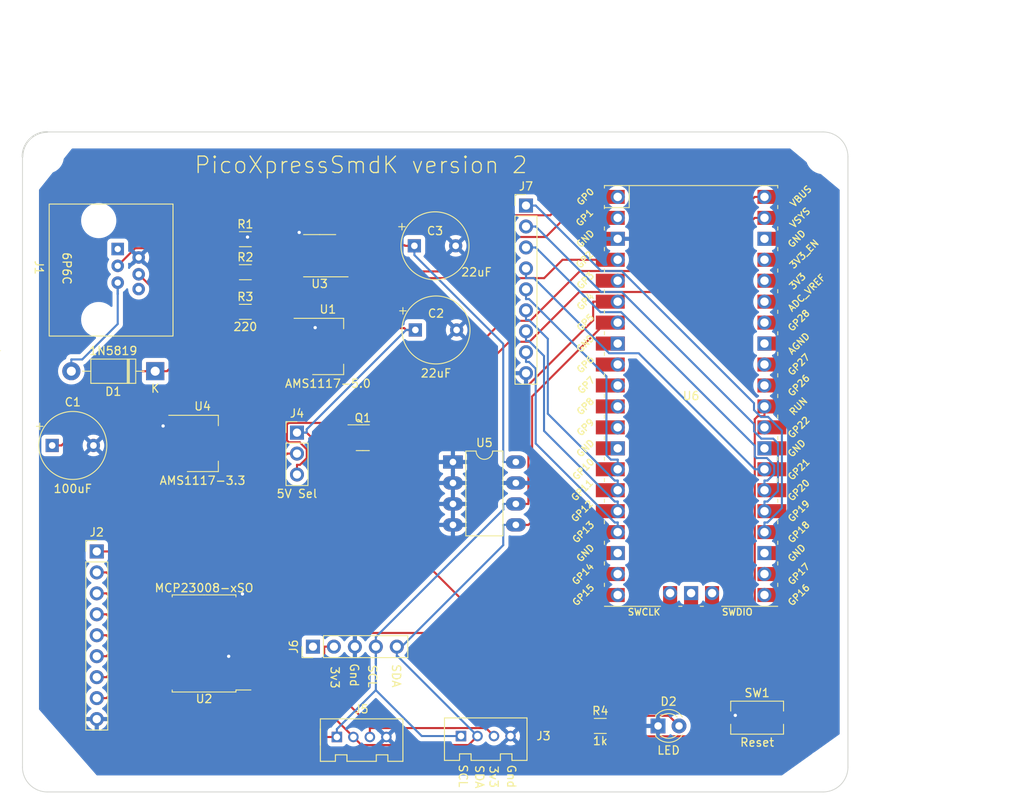
<source format=kicad_pcb>
(kicad_pcb (version 20211014) (generator pcbnew)
  (layers (0 "F.Cu" signal) (31 "B.Cu" signal) (34 "B.Paste" user) (35 "F.Paste" user) (36 "B.SilkS" user "B.Silkscreen") (37 "F.SilkS" user "F.Silkscreen") (38 "B.Mask" user) (39 "F.Mask" user) (44 "Edge.Cuts" user))
  (net 0 "")
  (net 1 "/VIN")
  (net 2 "/GND")
  (net 3 "/5V")
  (net 4 "/3V3")
  (net 5 "/12V")
  (net 6 "Net-(D2-Pad2)")
  (net 8 "Net-(J1-Pad3)")
  (net 9 "Net-(J1-Pad4)")
  (net 11 "Net-(J2-Pad1)")
  (net 12 "Net-(J2-Pad2)")
  (net 13 "Net-(J2-Pad3)")
  (net 14 "Net-(J2-Pad4)")
  (net 15 "Net-(J2-Pad5)")
  (net 16 "Net-(J2-Pad6)")
  (net 17 "Net-(J2-Pad7)")
  (net 18 "Net-(J2-Pad8)")
  (net 19 "/5Vopt")
  (net 20 "/VBUS")
  (net 22 "Net-(J7-Pad1)")
  (net 23 "Net-(J7-Pad2)")
  (net 24 "Net-(J7-Pad3)")
  (net 25 "Net-(J7-Pad4)")
  (net 26 "Net-(J7-Pad5)")
  (net 27 "Net-(J7-Pad6)")
  (net 28 "Net-(J7-Pad7)")
  (net 29 "/VSYS")
  (net 30 "/RUN")
  (net 31 "/SCL")
  (net 32 "/SDA")
  (net 35 "/GP1")
  (net 36 "/RTS")
  (net 37 "/GP0")
  (net 64 "Net-(J7-Pad8)")
  (footprint "Resistor_SMD:R_1206_3216Metric" (layer "F.Cu") (at 170 122)
    (fp_text reference "R4")
    (fp_text value "1k")
  )
  (footprint "Capacitor_THT:CP_Radial_Tantal_D8.0mm_P5.00mm" (layer "F.Cu") (at 103.5973 88)
    (fp_text reference "C1")
    (fp_text value "100uF")
  )
  (footprint "Package_TO_SOT_SMD:SOT-223-3_TabPin2" (layer "F.Cu") (at 137 76)
    (fp_text reference "U1")
    (fp_text value "AMS1117-5.0")
  )
  (footprint "MountingHole:MountingHole_3.2mm_M3" (layer "F.Cu") (at 104 126)
    (fp_text reference "H4")
    (fp_text value "0")
  )
  (footprint "LED_THT:LED_D3.0mm" (layer "F.Cu") (at 177 122)
    (fp_text reference "D2")
    (fp_text value "LED")
  )
  (footprint "MCU_RaspberryPi_and_Boards:RP2040Pico" (layer "F.Cu") (at 181 82)
    (fp_text reference "U6")
    (fp_text value "Pico")
  )
  (footprint "Resistor_SMD:R_1206_3216Metric" (layer "F.Cu") (at 127 67)
    (fp_text reference "R2")
    (fp_text value "10k")
  )
  (footprint "Resistor_SMD:R_1206_3216Metric" (layer "F.Cu") (at 127 63)
    (fp_text reference "R1")
    (fp_text value "10k")
  )
  (footprint "Diode_THT:D_DO-41_SOD81_P10.16mm_Horizontal" (layer "F.Cu") (at 116.08 79 180)
    (fp_text reference "D1")
    (fp_text value "1N5819")
  )
  (footprint "Package_DIP:DIP-8_W7.62mm_LongPads" (layer "F.Cu") (at 152.1477 90.0095)
    (fp_text reference "U5")
    (fp_text value "CAT24C256")
  )
  (footprint "Connector_PinHeader_2.54mm:PinHeader_1x09_P2.54mm_Vertical" (layer "F.Cu") (at 109 100.85)
    (fp_text reference "J2")
    (fp_text value "parallel port")
  )
  (footprint "Package_SO:SOIC-8_3.9x4.9mm_P1.27mm" (layer "F.Cu") (at 136 65 180)
    (fp_text reference "U3")
    (fp_text value "MAX3485")
  )
  (footprint "MountingHole:MountingHole_3.2mm_M3" (layer "F.Cu") (at 197 53)
    (fp_text reference "H1")
    (fp_text value "0")
  )
  (footprint "Connector_PinHeader_2.54mm:PinHeader_1x03_P2.54mm_Vertical" (layer "F.Cu") (at 133.2569 86.4446)
    (fp_text reference "J4")
    (fp_text value "5V Sel")
  )
  (footprint "Connector_PinHeader_2.54mm:PinHeader_1x05_P2.54mm_Vertical" (layer "F.Cu") (at 135.1896 112.3892 90)
    (fp_text reference "J6")
    (fp_text value "I2C")
  )
  (footprint "Connector_RJ:RJ12_Jaycar" (layer "F.Cu") (at 111.5375 66.74 -90)
    (fp_text reference "J1")
    (fp_text value "6P6C")
  )
  (footprint "Package_TO_SOT_SMD:SOT-23-3" (layer "F.Cu") (at 141.2292 87.0632)
    (fp_text reference "Q1")
    (fp_text value "DMG2305UX-7")
  )
  (footprint "MountingHole:MountingHole_3.2mm_M3" (layer "F.Cu") (at 103 53)
    (fp_text reference "H3")
    (fp_text value "0")
  )
  (footprint "Package_TO_SOT_SMD:SOT-223-3_TabPin2" (layer "F.Cu") (at 121.8184 87.7564)
    (fp_text reference "U4")
    (fp_text value "AMS1117-3.3")
  )
  (footprint "Button_Switch_SMD:SW_Tactile_SPST_NO_Straight_CK_PTS636Sx25SMTRLFS" (layer "F.Cu") (at 189 121)
    (fp_text reference "SW1")
    (fp_text value "Reset")
  )
  (footprint "Capacitor_THT:CP_Radial_Tantal_D8.0mm_P5.00mm" (layer "F.Cu") (at 147.48 63.8)
    (fp_text reference "C3")
    (fp_text value "22uF")
  )
  (footprint "OPL_Connector:HW4-2.0" (layer "F.Cu") (at 141.088 123.3415)
    (fp_text reference "J5")
    (fp_text value "I2C")
  )
  (footprint "OPL_Connector:HW4-2.0" (layer "F.Cu") (at 156.1226 123.2276)
    (fp_text reference "J3")
    (fp_text value "I2C")
  )
  (footprint "Connector_PinHeader_2.54mm:PinHeader_1x09_P2.54mm_Vertical" (layer "F.Cu") (at 161 58.92)
    (fp_text reference "J7")
    (fp_text value "keypad")
  )
  (footprint "Resistor_SMD:R_1206_3216Metric" (layer "F.Cu") (at 127 71.8)
    (fp_text reference "R3")
    (fp_text value "220")
  )
  (footprint "Capacitor_THT:CP_Radial_Tantal_D8.0mm_P5.00mm" (layer "F.Cu") (at 147.5973 74)
    (fp_text reference "C2")
    (fp_text value "22uF")
  )
  (footprint "Package_SO:SOIC-18W_7.5x11.6mm_P1.27mm" (layer "F.Cu") (at 122 112 180)
    (fp_text reference "U2")
    (fp_text value "MCP23008-xSO")
  )
  (footprint "MountingHole:MountingHole_3.2mm_M3" (layer "F.Cu") (at 197 127)
    (fp_text reference "H2")
    (fp_text value "0")
  )
  (gr_arc (start 100 53) (mid 100.87868 50.87868) (end 103 50) (layer "Edge.Cuts") (width 0.2))
  (gr_arc (start 103 130) (mid 100.87868 129.12132) (end 100 127) (layer "Edge.Cuts") (width 0.1))
  (gr_line (start 103 50) (end 197 50) (layer "Edge.Cuts") (width 0.1))
  (gr_arc (start 200 127) (mid 199.12132 129.12132) (end 197 130) (layer "Edge.Cuts") (width 0.1))
  (gr_line (start 100 53) (end 100 127) (layer "Edge.Cuts") (width 0.1))
  (gr_arc (start 197 50) (mid 199.12132 50.87868) (end 200 53) (layer "Edge.Cuts") (width 0.1))
  (gr_line (start 197 130) (end 103 130) (layer "Edge.Cuts") (width 0.1))
  (gr_line (start 200 53) (end 200 127) (layer "Edge.Cuts") (width 0.1))
  (gr_text "Gnd\n" (at 140.189291 115.832714 270) (layer "F.SilkS") (effects (font (size 1 1))))
  (gr_text "3v3\n" (at 157.09 128.166242 270) (layer "F.SilkS") (effects (font (size 1 1))))
  (gr_text "SDA" (at 155.358935 128.166242 270) (layer "F.SilkS") (effects (font (size 1 1))))
  (gr_text "SCL" (at 142.391441 115.979524 270) (layer "F.SilkS") (effects (font (size 1 1))))
  (gr_text "SCL" (at 153.3733 128.064415 270) (layer "F.SilkS") (effects (font (size 1 1))))
  (gr_text "SDA" (at 145.278704 115.930588 270) (layer "F.SilkS") (effects (font (size 1 1))))
  (gr_text "PicoXpressSmdK version 2\n" (at 141 54) (layer "F.SilkS") (effects (font (size 2 2))))
  (gr_text "Gnd\n" (at 159.228376 128.115329 270) (layer "F.SilkS") (effects (font (size 1 1))))
  (gr_text "3v3\n" (at 137.835754 116.126334 270) (layer "F.SilkS") (effects (font (size 1 1))))
  (segment (start 116.08 79) (end 117.505 79) (width 0.25) (layer "F.Cu") (net 1))
  (segment (start 104.722 88) (end 103.5973 88) (width 0.25) (layer "F.Cu") (net 1))
  (segment (start 103.5973 88) (end 103.597 88) (width 0.25) (layer "F.Cu") (net 1))
  (segment (start 117.505 79) (end 118.205 78.3) (width 0.25) (layer "F.Cu") (net 1))
  (segment (start 116.08 79) (end 113.722 79) (width 0.25) (layer "F.Cu") (net 1))
  (segment (start 113.722 79) (end 104.722 88) (width 0.25) (layer "F.Cu") (net 1))
  (segment (start 118.205 78.3) (end 133.85 78.3) (width 0.25) (layer "F.Cu") (net 1))
  (segment (start 135.193 73.7183) (end 135.175 73.7) (width 0.25) (layer "F.Cu") (net 2))
  (segment (start 127.264 62.7419) (end 128.204 62.7419) (width 0.25) (layer "F.Cu") (net 2))
  (segment (start 126.65 106.92) (end 126.65 106.002) (width 0.25) (layer "F.Cu") (net 2))
  (segment (start 117.036 85.6386) (end 117.161 85.6386) (width 0.25) (layer "F.Cu") (net 2))
  (segment (start 128.204 62.7419) (end 128.462 63) (width 0.25) (layer "F.Cu") (net 2))
  (segment (start 124.981 113.562) (end 126.65 113.562) (width 0.25) (layer "F.Cu") (net 2))
  (segment (start 186.075 121) (end 185.125 121) (width 0.25) (layer "F.Cu") (net 2))
  (segment (start 117.343 85.4564) (end 118.668 85.4564) (width 0.25) (layer "F.Cu") (net 2))
  (segment (start 126.65 114.54) (end 126.65 113.562) (width 0.25) (layer "F.Cu") (net 2))
  (segment (start 118.668 85.4564) (end 118.6684 85.4564) (width 0.25) (layer "F.Cu") (net 2))
  (segment (start 126.65 113.562) (end 126.65 113.27) (width 0.25) (layer "F.Cu") (net 2))
  (segment (start 126.65 113.27) (end 126.65 112) (width 0.25) (layer "F.Cu") (net 2))
  (segment (start 135.175 73.7) (end 133.85 73.7) (width 0.25) (layer "F.Cu") (net 2))
  (segment (start 186.355 120.72) (end 186.075 121) (width 0.25) (layer "F.Cu") (net 2))
  (segment (start 133.525 62.1787) (end 133.525 63.095) (width 0.25) (layer "F.Cu") (net 2))
  (segment (start 135.458 73.7183) (end 135.193 73.7183) (width 0.25) (layer "F.Cu") (net 2))
  (segment (start 117.161 85.6386) (end 117.343 85.4564) (width 0.25) (layer "F.Cu") (net 2))
  (via (at 117.036 85.6386) (size 0.8) (drill 0.4) (layers "F.Cu" "B.Cu") (net 2))
  (via (at 133.525 62.1787) (size 0.8) (drill 0.4) (layers "F.Cu" "B.Cu") (net 2))
  (via (at 135.458 73.7183) (size 0.8) (drill 0.4) (layers "F.Cu" "B.Cu") (net 2))
  (via (at 126.65 106.002) (size 0.8) (drill 0.4) (layers "F.Cu" "B.Cu") (net 2))
  (via (at 186.355 120.72) (size 0.8) (drill 0.4) (layers "F.Cu" "B.Cu") (net 2))
  (via (at 124.981 113.562) (size 0.8) (drill 0.4) (layers "F.Cu" "B.Cu") (net 2))
  (via (at 127.264 62.7419) (size 0.8) (drill 0.4) (layers "F.Cu" "B.Cu") (net 2))
  (segment (start 133.257 86.4446) (end 134.432 86.4446) (width 0.25) (layer "F.Cu") (net 3))
  (segment (start 147.597 74) (end 147.5973 74) (width 0.25) (layer "F.Cu") (net 3))
  (segment (start 168.5377 121.9998) (end 168.538 122) (width 0.25) (layer "F.Cu") (net 3))
  (segment (start 140.848 88.6567) (end 140.848 94.3105) (width 0.25) (layer "F.Cu") (net 3))
  (segment (start 146.247 73.7749) (end 140.15 73.7749) (width 0.25) (layer "F.Cu") (net 3))
  (segment (start 133.85 76) (end 133.85 74.9249) (width 0.25) (layer "F.Cu") (net 3))
  (segment (start 140.848 94.3105) (end 168.5377 121.9998) (width 0.25) (layer "F.Cu") (net 3))
  (segment (start 168.5375 122) (end 168.5377 121.9998) (width 0.25) (layer "F.Cu") (net 3))
  (segment (start 136.644 88.6567) (end 140.848 88.6567) (width 0.25) (layer "F.Cu") (net 3))
  (segment (start 133.85 74.9249) (end 135.407 74.9249) (width 0.25) (layer "F.Cu") (net 3))
  (segment (start 147.597 74) (end 146.472 74) (width 0.25) (layer "F.Cu") (net 3))
  (segment (start 136.557 73.7749) (end 140.15 73.7749) (width 0.25) (layer "F.Cu") (net 3))
  (segment (start 133.257 86.4446) (end 133.2569 86.4446) (width 0.25) (layer "F.Cu") (net 3))
  (segment (start 135.407 74.9249) (end 136.557 73.7749) (width 0.25) (layer "F.Cu") (net 3))
  (segment (start 140.15 76) (end 140.15 73.7749) (width 0.25) (layer "F.Cu") (net 3))
  (segment (start 146.472 74) (end 146.247 73.7749) (width 0.25) (layer "F.Cu") (net 3))
  (segment (start 142.3667 87.0632) (end 142.3667 87.068) (width 0.25) (layer "F.Cu") (net 3))
  (segment (start 142.3667 87.068) (end 142.367 87.0683) (width 0.25) (layer "F.Cu") (net 3))
  (segment (start 134.432 86.4446) (end 136.644 88.6567) (width 0.25) (layer "F.Cu") (net 3))
  (segment (start 142.367 87.138) (end 142.367 87.0683) (width 0.25) (layer "F.Cu") (net 3))
  (segment (start 142.367 87.0683) (end 142.367 87.0632) (width 0.25) (layer "F.Cu") (net 3))
  (segment (start 140.848 88.6567) (end 142.367 87.138) (width 0.25) (layer "F.Cu") (net 3))
  (segment (start 134.432 86.4446) (end 134.432 86.0402) (width 0.25) (layer "B.Cu") (net 3))
  (segment (start 133.257 86.4446) (end 134.432 86.4446) (width 0.25) (layer "B.Cu") (net 3))
  (segment (start 133.257 86.4446) (end 133.2569 86.4446) (width 0.25) (layer "B.Cu") (net 3))
  (segment (start 134.432 86.0402) (end 146.472 74) (width 0.25) (layer "B.Cu") (net 3))
  (segment (start 147.5973 74) (end 147.597 74) (width 0.25) (layer "B.Cu") (net 3))
  (segment (start 146.472 74) (end 147.597 74) (width 0.25) (layer "B.Cu") (net 3))
  (segment (start 142.086 122.802) (end 142.0862 122.8022) (width 0.25) (layer "F.Cu") (net 4))
  (segment (start 117.339 89.086) (end 117.339 94.913) (width 0.25) (layer "F.Cu") (net 4))
  (segment (start 137.73 112.389) (end 137.7294 112.389) (width 0.25) (layer "F.Cu") (net 4))
  (segment (start 127.347 87.0314) (end 135.175 79.2031) (width 0.25) (layer "F.Cu") (net 4))
  (segment (start 126.144 67.6062) (end 125.538 67) (width 0.25) (layer "F.Cu") (net 4))
  (segment (start 122.2 117.08) (end 117.35 117.08) (width 0.25) (layer "F.Cu") (net 4))
  (segment (start 135.175 79.2031) (end 135.175 77.3484) (width 0.25) (layer "F.Cu") (net 4))
  (segment (start 135.052 77.2248) (end 132.841 77.2248) (width 0.25) (layer "F.Cu") (net 4))
  (segment (start 142.086 121.959) (end 142.086 122.262) (width 0.25) (layer "F.Cu") (net 4))
  (segment (start 157.1208 123.2276) (end 157.1207 123.2277) (width 0.25) (layer "F.Cu") (net 4))
  (segment (start 120.718 87.0314) (end 119.994 87.7564) (width 0.25) (layer "F.Cu") (net 4))
  (segment (start 132.218 76.6018) (end 132.218 68.2124) (width 0.25) (layer "F.Cu") (net 4))
  (segment (start 124.9684 87.3943) (end 124.9684 87.7564) (width 0.25) (layer "F.Cu") (net 4))
  (segment (start 135.302 115.175) (end 124.105 115.175) (width 0.25) (layer "F.Cu") (net 4))
  (segment (start 124.105 115.175) (end 122.2 117.08) (width 0.25) (layer "F.Cu") (net 4))
  (segment (start 136.554 112.389) (end 136.554 113.922) (width 0.25) (layer "F.Cu") (net 4))
  (segment (start 142.0862 122.8022) (end 142.0862 123.3415) (width 0.25) (layer "F.Cu") (net 4))
  (segment (start 132.218 68.2124) (end 126.75 68.2124) (width 0.25) (layer "F.Cu") (net 4))
  (segment (start 136.554 113.922) (end 135.302 115.175) (width 0.25) (layer "F.Cu") (net 4))
  (segment (start 119.994 87.7564) (end 118.6684 87.7564) (width 0.25) (layer "F.Cu") (net 4))
  (segment (start 157.121 123.228) (end 157.1207 123.2277) (width 0.25) (layer "F.Cu") (net 4))
  (segment (start 137.7294 112.389) (end 137.7296 112.3892) (width 0.25) (layer "F.Cu") (net 4))
  (segment (start 146.355 63.8) (end 146.285 63.73) (width 0.25) (layer "F.Cu") (net 4))
  (segment (start 118.668 87.7564) (end 118.668 88.8315) (width 0.25) (layer "F.Cu") (net 4))
  (segment (start 117.593 88.8315) (end 117.339 89.086) (width 0.25) (layer "F.Cu") (net 4))
  (segment (start 118.668 88.8315) (end 117.593 88.8315) (width 0.25) (layer "F.Cu") (net 4))
  (segment (start 124.968 87.0314) (end 120.718 87.0314) (width 0.25) (layer "F.Cu") (net 4))
  (segment (start 117.339 94.913) (end 124.105 101.679) (width 0.25) (layer "F.Cu") (net 4))
  (segment (start 133.525 66.905) (end 132.218 68.2124) (width 0.25) (layer "F.Cu") (net 4))
  (segment (start 124.968 87.0314) (end 127.347 87.0314) (width 0.25) (layer "F.Cu") (net 4))
  (segment (start 124.968 87.7564) (end 124.968 87.3939) (width 0.25) (layer "F.Cu") (net 4))
  (segment (start 134.254 66.905) (end 133.525 66.905) (width 0.25) (layer "F.Cu") (net 4))
  (segment (start 137.7294 112.389) (end 136.554 112.389) (width 0.25) (layer "F.Cu") (net 4))
  (segment (start 142.086 122.262) (end 142.086 122.802) (width 0.25) (layer "F.Cu") (net 4))
  (segment (start 146.285 63.73) (end 137.429 63.73) (width 0.25) (layer "F.Cu") (net 4))
  (segment (start 124.968 87.3939) (end 124.9684 87.3943) (width 0.25) (layer "F.Cu") (net 4))
  (segment (start 126.75 68.2124) (end 126.144 67.6062) (width 0.25) (layer "F.Cu") (net 4))
  (segment (start 124.968 87.3939) (end 124.968 87.0314) (width 0.25) (layer "F.Cu") (net 4))
  (segment (start 137.429 63.73) (end 134.254 66.905) (width 0.25) (layer "F.Cu") (net 4))
  (segment (start 135.302 115.175) (end 142.086 121.959) (width 0.25) (layer "F.Cu") (net 4))
  (segment (start 135.175 77.3484) (end 135.052 77.2248) (width 0.25) (layer "F.Cu") (net 4))
  (segment (start 156.155 122.262) (end 142.086 122.262) (width 0.25) (layer "F.Cu") (net 4))
  (segment (start 157.1207 123.2277) (end 156.155 122.262) (width 0.25) (layer "F.Cu") (net 4))
  (segment (start 142.086 122.802) (end 142.086 123.342) (width 0.25) (layer "F.Cu") (net 4))
  (segment (start 124.105 101.679) (end 124.105 115.175) (width 0.25) (layer "F.Cu") (net 4))
  (segment (start 126.144 67.6062) (end 126.1437 67.6062) (width 0.25) (layer "F.Cu") (net 4))
  (segment (start 118.6684 87.7564) (end 118.668 87.7564) (width 0.25) (layer "F.Cu") (net 4))
  (segment (start 126.1437 67.6062) (end 125.5375 67) (width 0.25) (layer "F.Cu") (net 4))
  (segment (start 132.841 77.2248) (end 132.218 76.6018) (width 0.25) (layer "F.Cu") (net 4))
  (segment (start 147.48 63.8) (end 146.355 63.8) (width 0.25) (layer "F.Cu") (net 4))
  (segment (start 159.768 90.0095) (end 159.7677 90.0095) (width 0.25) (layer "B.Cu") (net 4))
  (segment (start 158.243 90.0095) (end 159.7677 90.0095) (width 0.25) (layer "B.Cu") (net 4))
  (segment (start 147.48 64.9251) (end 158.243 75.6877) (width 0.25) (layer "B.Cu") (net 4))
  (segment (start 158.243 75.6877) (end 158.243 90.0095) (width 0.25) (layer "B.Cu") (net 4))
  (segment (start 147.48 63.8) (end 147.48 64.9251) (width 0.25) (layer "B.Cu") (net 4))
  (segment (start 107.241 77.5749) (end 111.538 73.2782) (width 0.25) (layer "B.Cu") (net 5))
  (segment (start 105.92 79) (end 105.92 77.5749) (width 0.25) (layer "B.Cu") (net 5))
  (segment (start 111.5375 69.642) (end 111.5375 68.27) (width 0.25) (layer "B.Cu") (net 5))
  (segment (start 111.538 69.6425) (end 111.5375 69.642) (width 0.25) (layer "B.Cu") (net 5))
  (segment (start 111.538 69.6425) (end 111.538 68.27) (width 0.25) (layer "B.Cu") (net 5))
  (segment (start 111.538 73.2782) (end 111.538 69.6425) (width 0.25) (layer "B.Cu") (net 5))
  (segment (start 105.92 77.5749) (end 107.241 77.5749) (width 0.25) (layer "B.Cu") (net 5))
  (segment (start 179.54 122) (end 178.315 120.775) (width 0.25) (layer "F.Cu") (net 6))
  (segment (start 172.075 121.3875) (end 171.4625 122) (width 0.25) (layer "F.Cu") (net 6))
  (segment (start 172.688 120.775) (end 172.075 121.3875) (width 0.25) (layer "F.Cu") (net 6))
  (segment (start 178.315 120.775) (end 172.688 120.775) (width 0.25) (layer "F.Cu") (net 6))
  (segment (start 172.075 121.3875) (end 171.462 122) (width 0.25) (layer "F.Cu") (net 6))
  (segment (start 111.538 66.23) (end 111.538 66.2226) (width 0.25) (layer "F.Cu") (net 8))
  (segment (start 130.573 63.73) (end 134.554 63.73) (width 0.25) (layer "F.Cu") (net 8))
  (segment (start 111.538 66.2153) (end 113.664 64.0888) (width 0.25) (layer "F.Cu") (net 8))
  (segment (start 113.664 64.0888) (end 123.748 64.0888) (width 0.25) (layer "F.Cu") (net 8))
  (segment (start 125.5375 63) (end 125.538 63) (width 0.25) (layer "F.Cu") (net 8))
  (segment (start 133.931 65.635) (end 133.525 65.635) (width 0.25) (layer "F.Cu") (net 8))
  (segment (start 123.748 64.0888) (end 124.098 64.4392) (width 0.25) (layer "F.Cu") (net 8))
  (segment (start 134.554 63.73) (end 134.882 64.0583) (width 0.25) (layer "F.Cu") (net 8))
  (segment (start 125.5375 71.8) (end 125.5377 71.7998) (width 0.25) (layer "F.Cu") (net 8))
  (segment (start 134.882 64.0583) (end 134.882 64.6846) (width 0.25) (layer "F.Cu") (net 8))
  (segment (start 124.098 64.4392) (end 125.538 63) (width 0.25) (layer "F.Cu") (net 8))
  (segment (start 126.79 64.2526) (end 130.05 64.2526) (width 0.25) (layer "F.Cu") (net 8))
  (segment (start 130.05 64.2526) (end 130.573 63.73) (width 0.25) (layer "F.Cu") (net 8))
  (segment (start 111.538 66.2226) (end 111.5375 66.2231) (width 0.25) (layer "F.Cu") (net 8))
  (segment (start 125.538 71.8) (end 125.5377 71.7998) (width 0.25) (layer "F.Cu") (net 8))
  (segment (start 134.882 64.6846) (end 133.931 65.635) (width 0.25) (layer "F.Cu") (net 8))
  (segment (start 111.5375 66.2231) (end 111.5375 66.23) (width 0.25) (layer "F.Cu") (net 8))
  (segment (start 124.098 70.3608) (end 124.098 64.4392) (width 0.25) (layer "F.Cu") (net 8))
  (segment (start 125.538 63) (end 126.79 64.2526) (width 0.25) (layer "F.Cu") (net 8))
  (segment (start 111.538 66.2226) (end 111.538 66.2153) (width 0.25) (layer "F.Cu") (net 8))
  (segment (start 125.5377 71.7998) (end 124.098 70.3608) (width 0.25) (layer "F.Cu") (net 8))
  (segment (start 128.4623 66.9998) (end 131.098 64.365) (width 0.25) (layer "F.Cu") (net 9))
  (segment (start 128.462 71.8) (end 128.1715 71.5093) (width 0.25) (layer "F.Cu") (net 9))
  (segment (start 127.881 71.2186) (end 126.093 73.0071) (width 0.25) (layer "F.Cu") (net 9))
  (segment (start 124.61 66.1689) (end 125.026 65.7529) (width 0.25) (layer "F.Cu") (net 9))
  (segment (start 128.1715 71.5093) (end 128.1718 71.5093) (width 0.25) (layer "F.Cu") (net 9))
  (segment (start 126.093 73.0071) (end 119.835 73.0071) (width 0.25) (layer "F.Cu") (net 9))
  (segment (start 124.61 67.9479) (end 124.61 66.1689) (width 0.25) (layer "F.Cu") (net 9))
  (segment (start 128.1715 71.5093) (end 127.881 71.2186) (width 0.25) (layer "F.Cu") (net 9))
  (segment (start 125.026 65.7529) (end 127.215 65.7529) (width 0.25) (layer "F.Cu") (net 9))
  (segment (start 114.0775 67.25) (end 114.078 67.25) (width 0.25) (layer "F.Cu") (net 9))
  (segment (start 119.835 73.0071) (end 114.078 67.25) (width 0.25) (layer "F.Cu") (net 9))
  (segment (start 128.4625 67) (end 128.4623 66.9998) (width 0.25) (layer "F.Cu") (net 9))
  (segment (start 128.1718 71.5093) (end 128.4625 71.8) (width 0.25) (layer "F.Cu") (net 9))
  (segment (start 127.215 65.7529) (end 128.462 67) (width 0.25) (layer "F.Cu") (net 9))
  (segment (start 131.098 64.365) (end 133.525 64.365) (width 0.25) (layer "F.Cu") (net 9))
  (segment (start 128.462 67) (end 128.4623 66.9998) (width 0.25) (layer "F.Cu") (net 9))
  (segment (start 127.881 71.2186) (end 124.61 67.9479) (width 0.25) (layer "F.Cu") (net 9))
  (segment (start 117.35 106.92) (end 111.28 100.85) (width 0.25) (layer "F.Cu") (net 11))
  (segment (start 111.28 100.85) (end 109 100.85) (width 0.25) (layer "F.Cu") (net 11))
  (segment (start 110.175 103.39) (end 114.975 108.19) (width 0.25) (layer "F.Cu") (net 12))
  (segment (start 109 103.39) (end 110.175 103.39) (width 0.25) (layer "F.Cu") (net 12))
  (segment (start 114.975 108.19) (end 117.35 108.19) (width 0.25) (layer "F.Cu") (net 12))
  (segment (start 110.175 105.93) (end 113.705 109.46) (width 0.25) (layer "F.Cu") (net 13))
  (segment (start 109 105.93) (end 110.175 105.93) (width 0.25) (layer "F.Cu") (net 13))
  (segment (start 113.705 109.46) (end 117.35 109.46) (width 0.25) (layer "F.Cu") (net 13))
  (segment (start 110.175 108.47) (end 112.435 110.73) (width 0.25) (layer "F.Cu") (net 14))
  (segment (start 109 108.47) (end 110.175 108.47) (width 0.25) (layer "F.Cu") (net 14))
  (segment (start 112.435 110.73) (end 117.35 110.73) (width 0.25) (layer "F.Cu") (net 14))
  (segment (start 111.165 112) (end 117.35 112) (width 0.25) (layer "F.Cu") (net 15))
  (segment (start 109 111.01) (end 110.175 111.01) (width 0.25) (layer "F.Cu") (net 15))
  (segment (start 110.175 111.01) (end 111.165 112) (width 0.25) (layer "F.Cu") (net 15))
  (segment (start 110.175 113.55) (end 110.455 113.27) (width 0.25) (layer "F.Cu") (net 16))
  (segment (start 110.455 113.27) (end 117.35 113.27) (width 0.25) (layer "F.Cu") (net 16))
  (segment (start 109 113.55) (end 110.175 113.55) (width 0.25) (layer "F.Cu") (net 16))
  (segment (start 109 116.09) (end 110.175 116.09) (width 0.25) (layer "F.Cu") (net 17))
  (segment (start 111.725 114.54) (end 117.35 114.54) (width 0.25) (layer "F.Cu") (net 17))
  (segment (start 110.175 116.09) (end 111.725 114.54) (width 0.25) (layer "F.Cu") (net 17))
  (segment (start 112.995 115.81) (end 117.35 115.81) (width 0.25) (layer "F.Cu") (net 18))
  (segment (start 110.175 118.63) (end 112.995 115.81) (width 0.25) (layer "F.Cu") (net 18))
  (segment (start 109 118.63) (end 110.175 118.63) (width 0.25) (layer "F.Cu") (net 18))
  (segment (start 118.6684 90.0564) (end 131.01 90.0564) (width 0.25) (layer "F.Cu") (net 19))
  (segment (start 118.668 90.0564) (end 118.6684 90.0564) (width 0.25) (layer "F.Cu") (net 19))
  (segment (start 132.082 88.9846) (end 133.2569 88.9846) (width 0.25) (layer "F.Cu") (net 19))
  (segment (start 133.257 88.9846) (end 133.2569 88.9846) (width 0.25) (layer "F.Cu") (net 19))
  (segment (start 131.01 90.0564) (end 132.082 88.9846) (width 0.25) (layer "F.Cu") (net 19))
  (segment (start 140.728 85.4766) (end 140.1549 86.0503) (width 0.25) (layer "F.Cu") (net 20))
  (segment (start 134.436 89.5353) (end 133.622 90.3495) (width 0.25) (layer "F.Cu") (net 20))
  (segment (start 140.0917 86.1132) (end 140.1546 86.0503) (width 0.25) (layer "F.Cu") (net 20))
  (segment (start 189.89 57.87) (end 188.715 57.87) (width 0.25) (layer "F.Cu") (net 20))
  (segment (start 140.092 86.1132) (end 139.248 85.2694) (width 0.25) (layer "F.Cu") (net 20))
  (segment (start 167.545 66.8548) (end 161.51 72.89) (width 0.25) (layer "F.Cu") (net 20))
  (segment (start 140.1546 86.0503) (end 140.1549 86.0503) (width 0.25) (layer "F.Cu") (net 20))
  (segment (start 132.272 87.6198) (end 133.59 87.6198) (width 0.25) (layer "F.Cu") (net 20))
  (segment (start 140.1549 86.0503) (end 140.092 86.1132) (width 0.25) (layer "F.Cu") (net 20))
  (segment (start 161.51 72.89) (end 158.176 72.89) (width 0.25) (layer "F.Cu") (net 20))
  (segment (start 132.039 85.4688) (end 132.039 87.3863) (width 0.25) (layer "F.Cu") (net 20))
  (segment (start 132.238 85.2694) (end 132.039 85.4688) (width 0.25) (layer "F.Cu") (net 20))
  (segment (start 158.176 72.89) (end 145.589 85.4766) (width 0.25) (layer "F.Cu") (net 20))
  (segment (start 188.715 57.87) (end 179.73 66.8548) (width 0.25) (layer "F.Cu") (net 20))
  (segment (start 133.257 90.937) (end 133.257 91.5246) (width 0.25) (layer "F.Cu") (net 20))
  (segment (start 145.589 85.4766) (end 140.728 85.4766) (width 0.25) (layer "F.Cu") (net 20))
  (segment (start 133.257 90.937) (end 133.2569 90.9371) (width 0.25) (layer "F.Cu") (net 20))
  (segment (start 132.039 87.3863) (end 132.272 87.6198) (width 0.25) (layer "F.Cu") (net 20))
  (segment (start 139.248 85.2694) (end 132.238 85.2694) (width 0.25) (layer "F.Cu") (net 20))
  (segment (start 133.59 87.6198) (end 134.436 88.466) (width 0.25) (layer "F.Cu") (net 20))
  (segment (start 134.436 88.466) (end 134.436 89.5353) (width 0.25) (layer "F.Cu") (net 20))
  (segment (start 133.257 90.3495) (end 133.257 90.937) (width 0.25) (layer "F.Cu") (net 20))
  (segment (start 133.622 90.3495) (end 133.257 90.3495) (width 0.25) (layer "F.Cu") (net 20))
  (segment (start 179.73 66.8548) (end 167.545 66.8548) (width 0.25) (layer "F.Cu") (net 20))
  (segment (start 133.2569 90.9371) (end 133.2569 91.5246) (width 0.25) (layer "F.Cu") (net 20))
  (segment (start 162.175 58.92) (end 161 58.92) (width 0.25) (layer "B.Cu") (net 22))
  (segment (start 189.89 98.51) (end 189.89 97.3349) (width 0.25) (layer "B.Cu") (net 22))
  (segment (start 172.605 66.8548) (end 170.11 66.8548) (width 0.25) (layer "B.Cu") (net 22))
  (segment (start 190.332 84.54) (end 189.46 84.54) (width 0.25) (layer "B.Cu") (net 22))
  (segment (start 190.255 97.3349) (end 192.001 95.5893) (width 0.25) (layer "B.Cu") (net 22))
  (segment (start 188.622 82.8727) (end 172.605 66.8548) (width 0.25) (layer "B.Cu") (net 22))
  (segment (start 188.622 83.7021) (end 188.622 82.8727) (width 0.25) (layer "B.Cu") (net 22))
  (segment (start 192.001 86.2086) (end 190.332 84.54) (width 0.25) (layer "B.Cu") (net 22))
  (segment (start 170.11 66.8548) (end 162.175 58.92) (width 0.25) (layer "B.Cu") (net 22))
  (segment (start 189.46 84.54) (end 188.622 83.7021) (width 0.25) (layer "B.Cu") (net 22))
  (segment (start 192.001 95.5893) (end 192.001 86.2086) (width 0.25) (layer "B.Cu") (net 22))
  (segment (start 189.89 97.3349) (end 190.255 97.3349) (width 0.25) (layer "B.Cu") (net 22))
  (segment (start 190.255 94.7949) (end 191.526 93.524) (width 0.25) (layer "B.Cu") (net 23))
  (segment (start 189.89 95.97) (end 189.89 94.7949) (width 0.25) (layer "B.Cu") (net 23))
  (segment (start 191.526 93.524) (end 191.526 87.7491) (width 0.25) (layer "B.Cu") (net 23))
  (segment (start 189.89 94.7949) (end 190.255 94.7949) (width 0.25) (layer "B.Cu") (net 23))
  (segment (start 189.516 87.1748) (end 188.629 86.2881) (width 0.25) (layer "B.Cu") (net 23))
  (segment (start 190.952 87.1748) (end 189.516 87.1748) (width 0.25) (layer "B.Cu") (net 23))
  (segment (start 188.629 85.4191) (end 172.605 69.3948) (width 0.25) (layer "B.Cu") (net 23))
  (segment (start 170.11 69.3948) (end 162.175 61.46) (width 0.25) (layer "B.Cu") (net 23))
  (segment (start 188.629 86.2881) (end 188.629 85.4191) (width 0.25) (layer "B.Cu") (net 23))
  (segment (start 162.175 61.46) (end 161 61.46) (width 0.25) (layer "B.Cu") (net 23))
  (segment (start 172.605 69.3948) (end 170.11 69.3948) (width 0.25) (layer "B.Cu") (net 23))
  (segment (start 191.526 87.7491) (end 190.952 87.1748) (width 0.25) (layer "B.Cu") (net 23))
  (segment (start 170.015 71.84) (end 162.175 64) (width 0.25) (layer "B.Cu") (net 24))
  (segment (start 189.89 93.43) (end 189.89 92.2549) (width 0.25) (layer "B.Cu") (net 24))
  (segment (start 188.715 88.031) (end 172.524 71.84) (width 0.25) (layer "B.Cu") (net 24))
  (segment (start 191.067 91.4429) (end 191.067 90.4053) (width 0.25) (layer "B.Cu") (net 24))
  (segment (start 191.067 90.4053) (end 190.187 89.5252) (width 0.25) (layer "B.Cu") (net 24))
  (segment (start 189.89 92.2549) (end 190.255 92.2549) (width 0.25) (layer "B.Cu") (net 24))
  (segment (start 190.187 89.5252) (end 188.906 89.5252) (width 0.25) (layer "B.Cu") (net 24))
  (segment (start 172.524 71.84) (end 170.015 71.84) (width 0.25) (layer "B.Cu") (net 24))
  (segment (start 190.255 92.2549) (end 191.067 91.4429) (width 0.25) (layer "B.Cu") (net 24))
  (segment (start 188.906 89.5252) (end 188.715 89.3346) (width 0.25) (layer "B.Cu") (net 24))
  (segment (start 162.175 64) (end 161 64) (width 0.25) (layer "B.Cu") (net 24))
  (segment (start 188.715 89.3346) (end 188.715 88.031) (width 0.25) (layer "B.Cu") (net 24))
  (segment (start 188.715 90.89) (end 174.65 76.8252) (width 0.25) (layer "B.Cu") (net 25))
  (segment (start 161 67.7151) (end 161 66.54) (width 0.25) (layer "B.Cu") (net 25))
  (segment (start 189.89 90.89) (end 188.715 90.89) (width 0.25) (layer "B.Cu") (net 25))
  (segment (start 174.65 76.8252) (end 171.074 76.8252) (width 0.25) (layer "B.Cu") (net 25))
  (segment (start 161.964 67.7151) (end 161 67.7151) (width 0.25) (layer "B.Cu") (net 25))
  (segment (start 171.074 76.8252) (end 161.964 67.7151) (width 0.25) (layer "B.Cu") (net 25))
  (segment (start 171.279 89.7149) (end 170.745 89.1811) (width 0.25) (layer "B.Cu") (net 26))
  (segment (start 161 70.2551) (end 161 69.08) (width 0.25) (layer "B.Cu") (net 26))
  (segment (start 170.745 89.1811) (end 170.745 79.6331) (width 0.25) (layer "B.Cu") (net 26))
  (segment (start 170.745 79.6331) (end 161.367 70.2551) (width 0.25) (layer "B.Cu") (net 26))
  (segment (start 161.367 70.2551) (end 161 70.2551) (width 0.25) (layer "B.Cu") (net 26))
  (segment (start 172.11 89.7149) (end 171.279 89.7149) (width 0.25) (layer "B.Cu") (net 26))
  (segment (start 172.11 90.89) (end 172.11 89.7149) (width 0.25) (layer "B.Cu") (net 26))
  (segment (start 171.743 92.2549) (end 172.11 92.2549) (width 0.25) (layer "B.Cu") (net 27))
  (segment (start 163.644 75.0737) (end 163.644 84.1559) (width 0.25) (layer "B.Cu") (net 27))
  (segment (start 172.11 92.2549) (end 172.11 93.43) (width 0.25) (layer "B.Cu") (net 27))
  (segment (start 161.365 72.7951) (end 163.644 75.0737) (width 0.25) (layer "B.Cu") (net 27))
  (segment (start 163.644 84.1559) (end 171.743 92.2549) (width 0.25) (layer "B.Cu") (net 27))
  (segment (start 161 71.62) (end 161 72.7951) (width 0.25) (layer "B.Cu") (net 27))
  (segment (start 161 72.7951) (end 161.365 72.7951) (width 0.25) (layer "B.Cu") (net 27))
  (segment (start 161.365 75.3351) (end 163.185 77.1553) (width 0.25) (layer "B.Cu") (net 28))
  (segment (start 171.743 94.7949) (end 172.11 94.7949) (width 0.25) (layer "B.Cu") (net 28))
  (segment (start 163.185 77.1553) (end 163.185 86.2375) (width 0.25) (layer "B.Cu") (net 28))
  (segment (start 161 75.3351) (end 161.365 75.3351) (width 0.25) (layer "B.Cu") (net 28))
  (segment (start 163.185 86.2375) (end 171.743 94.7949) (width 0.25) (layer "B.Cu") (net 28))
  (segment (start 161 74.16) (end 161 75.3351) (width 0.25) (layer "B.Cu") (net 28))
  (segment (start 172.11 94.7949) (end 172.11 95.97) (width 0.25) (layer "B.Cu") (net 28))
  (segment (start 189.89 60.41) (end 188.715 60.41) (width 0.25) (layer "F.Cu") (net 29))
  (segment (start 161.419 75.43) (end 158.969 75.43) (width 0.25) (layer "F.Cu") (net 29))
  (segment (start 147.961 86.4374) (end 141.539 86.4374) (width 0.25) (layer "F.Cu") (net 29))
  (segment (start 179.73 69.3949) (end 167.454 69.3949) (width 0.25) (layer "F.Cu") (net 29))
  (segment (start 158.969 75.43) (end 147.961 86.4374) (width 0.25) (layer "F.Cu") (net 29))
  (segment (start 188.715 60.41) (end 179.73 69.3949) (width 0.25) (layer "F.Cu") (net 29))
  (segment (start 140.0917 87.9494) (end 140.0917 88.0132) (width 0.25) (layer "F.Cu") (net 29))
  (segment (start 141.539 86.4374) (end 140.092 87.885) (width 0.25) (layer "F.Cu") (net 29))
  (segment (start 167.454 69.3949) (end 161.419 75.43) (width 0.25) (layer "F.Cu") (net 29))
  (segment (start 140.092 87.9491) (end 140.0917 87.9494) (width 0.25) (layer "F.Cu") (net 29))
  (segment (start 140.092 87.9491) (end 140.092 88.0132) (width 0.25) (layer "F.Cu") (net 29))
  (segment (start 140.092 87.885) (end 140.092 87.9491) (width 0.25) (layer "F.Cu") (net 29))
  (segment (start 188.715 116.015) (end 192.875 120.175) (width 0.25) (layer "F.Cu") (net 30))
  (segment (start 189.082 84.4451) (end 188.715 84.8123) (width 0.25) (layer "F.Cu") (net 30))
  (segment (start 191.443 123.258) (end 192.875 121.825) (width 0.25) (layer "F.Cu") (net 30))
  (segment (start 155.379 110.73) (end 167.906 123.258) (width 0.25) (layer "F.Cu") (net 30))
  (segment (start 189.89 84.4451) (end 189.082 84.4451) (width 0.25) (layer "F.Cu") (net 30))
  (segment (start 192.875 121.825) (end 192.875 121) (width 0.25) (layer "F.Cu") (net 30))
  (segment (start 126.65 110.73) (end 155.379 110.73) (width 0.25) (layer "F.Cu") (net 30))
  (segment (start 189.89 83.27) (end 189.89 84.4451) (width 0.25) (layer "F.Cu") (net 30))
  (segment (start 167.906 123.258) (end 191.443 123.258) (width 0.25) (layer "F.Cu") (net 30))
  (segment (start 192.875 120.175) (end 192.875 121) (width 0.25) (layer "F.Cu") (net 30))
  (segment (start 188.715 84.8123) (end 188.715 116.015) (width 0.25) (layer "F.Cu") (net 30))
  (segment (start 161.293 80.6756) (end 169.135 72.8335) (width 0.25) (layer "F.Cu") (net 31))
  (segment (start 159.768 95.0895) (end 159.7677 95.0895) (width 0.25) (layer "F.Cu") (net 31))
  (segment (start 132.912 123.342) (end 138.088 123.342) (width 0.25) (layer "F.Cu") (net 31))
  (segment (start 138.088 123.3418) (end 138.088 123.342) (width 0.25) (layer "F.Cu") (net 31))
  (segment (start 169.135 72.8335) (end 169.135 70.57) (width 0.25) (layer "F.Cu") (net 31))
  (segment (start 161.293 95.0895) (end 161.293 80.6756) (width 0.25) (layer "F.Cu") (net 31))
  (segment (start 159.768 95.0895) (end 161.293 95.0895) (width 0.25) (layer "F.Cu") (net 31))
  (segment (start 169.135 70.57) (end 172.11 70.57) (width 0.25) (layer "F.Cu") (net 31))
  (segment (start 126.65 117.08) (end 132.912 123.342) (width 0.25) (layer "F.Cu") (net 31))
  (segment (start 138.0883 123.3415) (end 138.088 123.3418) (width 0.25) (layer "F.Cu") (net 31))
  (segment (start 159.7677 95.0895) (end 159.768 95.0895) (width 0.25) (layer "B.Cu") (net 31))
  (segment (start 138.0883 122.8618) (end 138.0883 123.3415) (width 0.25) (layer "B.Cu") (net 31))
  (segment (start 142.81 114.437) (end 142.8096 114.4366) (width 0.25) (layer "B.Cu") (net 31))
  (segment (start 153.1225 123.228) (end 153.1229 123.2276) (width 0.25) (layer "B.Cu") (net 31))
  (segment (start 138.088 122.8615) (end 138.0883 122.8618) (width 0.25) (layer "B.Cu") (net 31))
  (segment (start 142.81 111.214) (end 158.243 95.7811) (width 0.25) (layer "B.Cu") (net 31))
  (segment (start 148.377 123.228) (end 142.81 117.66) (width 0.25) (layer "B.Cu") (net 31))
  (segment (start 153.1225 123.228) (end 148.377 123.228) (width 0.25) (layer "B.Cu") (net 31))
  (segment (start 142.81 114.437) (end 142.81 111.214) (width 0.25) (layer "B.Cu") (net 31))
  (segment (start 138.088 123.342) (end 138.088 122.8615) (width 0.25) (layer "B.Cu") (net 31))
  (segment (start 158.243 95.0895) (end 159.7677 95.0895) (width 0.25) (layer "B.Cu") (net 31))
  (segment (start 142.81 117.66) (end 142.81 114.437) (width 0.25) (layer "B.Cu") (net 31))
  (segment (start 142.8096 114.4366) (end 142.8096 112.3892) (width 0.25) (layer "B.Cu") (net 31))
  (segment (start 138.088 122.8615) (end 138.088 122.381) (width 0.25) (layer "B.Cu") (net 31))
  (segment (start 153.123 123.228) (end 153.1225 123.228) (width 0.25) (layer "B.Cu") (net 31))
  (segment (start 138.088 122.381) (end 142.81 117.66) (width 0.25) (layer "B.Cu") (net 31))
  (segment (start 158.243 95.7811) (end 158.243 95.0895) (width 0.25) (layer "B.Cu") (net 31))
  (segment (start 141.064 124.316) (end 154.036 124.316) (width 0.25) (layer "F.Cu") (net 32))
  (segment (start 126.65 115.81) (end 132.558 115.81) (width 0.25) (layer "F.Cu") (net 32))
  (segment (start 161.743 82.0574) (end 170.69 73.11) (width 0.25) (layer "F.Cu") (net 32))
  (segment (start 159.768 97.6295) (end 161.293 97.6295) (width 0.25) (layer "F.Cu") (net 32))
  (segment (start 140.0898 123.3415) (end 140.0895 123.3415) (width 0.25) (layer "F.Cu") (net 32))
  (segment (start 161.743 97.1794) (end 161.743 82.0574) (width 0.25) (layer "F.Cu") (net 32))
  (segment (start 140.0895 123.3415) (end 141.064 124.316) (width 0.25) (layer "F.Cu") (net 32))
  (segment (start 161.293 97.6295) (end 161.743 97.1794) (width 0.25) (layer "F.Cu") (net 32))
  (segment (start 154.036 124.316) (end 155.124 123.228) (width 0.25) (layer "F.Cu") (net 32))
  (segment (start 159.768 97.6295) (end 159.7677 97.6295) (width 0.25) (layer "F.Cu") (net 32))
  (segment (start 132.558 115.81) (end 140.0895 123.3415) (width 0.25) (layer "F.Cu") (net 32))
  (segment (start 155.1244 123.2276) (end 155.124 123.228) (width 0.25) (layer "F.Cu") (net 32))
  (segment (start 170.69 73.11) (end 172.11 73.11) (width 0.25) (layer "F.Cu") (net 32))
  (segment (start 145.35 112.683) (end 145.35 112.977) (width 0.25) (layer "B.Cu") (net 32))
  (segment (start 155.1244 123.2276) (end 155.124 123.228) (width 0.25) (layer "B.Cu") (net 32))
  (segment (start 145.35 112.977) (end 158.243 100.084) (width 0.25) (layer "B.Cu") (net 32))
  (segment (start 155.124 123.228) (end 145.461 113.564) (width 0.25) (layer "B.Cu") (net 32))
  (segment (start 158.243 100.084) (end 158.243 97.6295) (width 0.25) (layer "B.Cu") (net 32))
  (segment (start 145.35 112.683) (end 145.3496 112.6826) (width 0.25) (layer "B.Cu") (net 32))
  (segment (start 145.3496 112.6826) (end 145.3496 112.3892) (width 0.25) (layer "B.Cu") (net 32))
  (segment (start 158.243 97.6295) (end 159.7677 97.6295) (width 0.25) (layer "B.Cu") (net 32))
  (segment (start 159.768 97.6295) (end 159.7677 97.6295) (width 0.25) (layer "B.Cu") (net 32))
  (segment (start 145.461 113.564) (end 145.35 113.564) (width 0.25) (layer "B.Cu") (net 32))
  (segment (start 145.35 113.564) (end 145.35 112.977) (width 0.25) (layer "B.Cu") (net 32))
  (segment (start 145.35 112.389) (end 145.35 112.683) (width 0.25) (layer "B.Cu") (net 32))
  (segment (start 165.723 60.41) (end 163.403 62.73) (width 0.25) (layer "F.Cu") (net 35))
  (segment (start 157.286 62.73) (end 153.112 66.905) (width 0.25) (layer "F.Cu") (net 35))
  (segment (start 172.11 60.41) (end 165.723 60.41) (width 0.25) (layer "F.Cu") (net 35))
  (segment (start 153.112 66.905) (end 138.475 66.905) (width 0.25) (layer "F.Cu") (net 35))
  (segment (start 163.403 62.73) (end 157.286 62.73) (width 0.25) (layer "F.Cu") (net 35))
  (segment (start 137.165 67.333) (end 137.165 66.5353) (width 0.25) (layer "F.Cu") (net 36))
  (segment (start 138.065 65.635) (end 138.475 65.635) (width 0.25) (layer "F.Cu") (net 36))
  (segment (start 163.201 67.7152) (end 137.547 67.7152) (width 0.25) (layer "F.Cu") (net 36))
  (segment (start 137.547 67.7152) (end 137.165 67.333) (width 0.25) (layer "F.Cu") (net 36))
  (segment (start 172.11 65.49) (end 165.426 65.49) (width 0.25) (layer "F.Cu") (net 36))
  (segment (start 138.475 64.365) (end 138.475 65.635) (width 0.25) (layer "F.Cu") (net 36))
  (segment (start 137.165 66.5353) (end 138.065 65.635) (width 0.25) (layer "F.Cu") (net 36))
  (segment (start 165.426 65.49) (end 163.201 67.7152) (width 0.25) (layer "F.Cu") (net 36))
  (segment (start 141.475 60.0952) (end 138.475 63.095) (width 0.25) (layer "F.Cu") (net 37))
  (segment (start 166.173 57.87) (end 163.947 60.0952) (width 0.25) (layer "F.Cu") (net 37))
  (segment (start 172.11 57.87) (end 166.173 57.87) (width 0.25) (layer "F.Cu") (net 37))
  (segment (start 163.947 60.0952) (end 141.475 60.0952) (width 0.25) (layer "F.Cu") (net 37))
  (segment (start 171.745 97.3349) (end 162.175 87.7653) (width 0.25) (layer "B.Cu") (net 64))
  (segment (start 172.11 97.3349) (end 171.745 97.3349) (width 0.25) (layer "B.Cu") (net 64))
  (segment (start 172.11 98.51) (end 172.11 97.3349) (width 0.25) (layer "B.Cu") (net 64))
  (segment (start 162.175 87.7653) (end 162.175 78.6829) (width 0.25) (layer "B.Cu") (net 64))
  (segment (start 162.175 78.6829) (end 161.367 77.8751) (width 0.25) (layer "B.Cu") (net 64))
  (segment (start 161.367 77.8751) (end 161 77.8751) (width 0.25) (layer "B.Cu") (net 64))
  (segment (start 161 77.8751) (end 161 76.7) (width 0.25) (layer "B.Cu") (net 64))
  (zone (net 2) (net_name "/GND") (layer "B.Cu") (connect_pads (clearance 0.508)) (min_thickness 0.254) (fill yes (thermal_gap 0.508) (thermal_bridge_width 0.508))
    (polygon (pts (xy 199 57) (xy 199 123) (xy 192 128) (xy 109 128) (xy 102 120) (xy 102 57) (xy 106 52) (xy 193 52)))
  )
)
</source>
